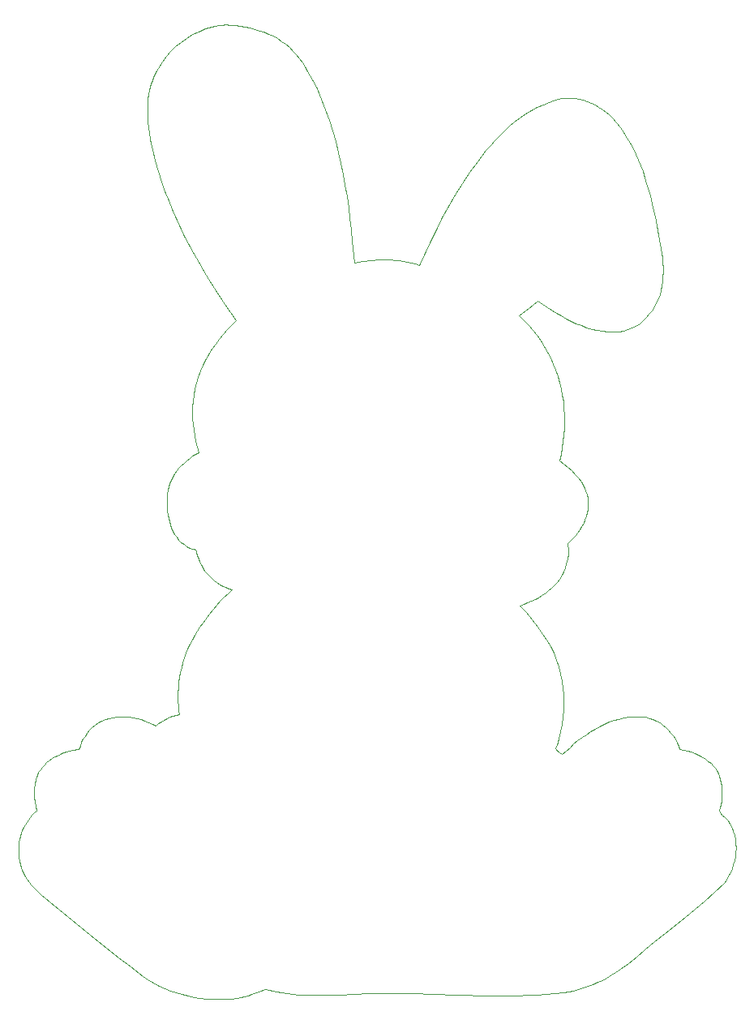
<source format=gbr>
%TF.GenerationSoftware,KiCad,Pcbnew,9.0.6*%
%TF.CreationDate,2025-11-24T07:47:15+01:00*%
%TF.ProjectId,Jo_Rabbit,4a6f5f52-6162-4626-9974-2e6b69636164,rev?*%
%TF.SameCoordinates,Original*%
%TF.FileFunction,Profile,NP*%
%FSLAX46Y46*%
G04 Gerber Fmt 4.6, Leading zero omitted, Abs format (unit mm)*
G04 Created by KiCad (PCBNEW 9.0.6) date 2025-11-24 07:47:15*
%MOMM*%
%LPD*%
G01*
G04 APERTURE LIST*
%TA.AperFunction,Profile*%
%ADD10C,0.100000*%
%TD*%
G04 APERTURE END LIST*
D10*
X96510200Y-120090400D02*
X96221300Y-120527400D01*
X144883000Y-82562800D02*
X144859500Y-82077000D01*
X130586800Y-118588000D02*
X129945900Y-117877900D01*
X142147400Y-154546800D02*
X142962800Y-153845800D01*
X95765900Y-98378200D02*
X95808100Y-98973400D01*
X131513400Y-117240600D02*
X131889200Y-117036800D01*
X136203100Y-109947300D02*
X136405900Y-109614200D01*
X78594100Y-140239000D02*
X78419400Y-140503400D01*
X102249000Y-57697810D02*
X101752400Y-57573800D01*
X132478100Y-90799200D02*
X132109300Y-90216300D01*
X104197700Y-58414320D02*
X103722900Y-58193090D01*
X82262300Y-133277500D02*
X81947100Y-133400300D01*
X81341800Y-133692800D02*
X81055500Y-133864100D01*
X102739800Y-57842590D02*
X102249000Y-57697810D01*
X102643600Y-158242800D02*
X103359200Y-157981800D01*
X96414800Y-57930010D02*
X95765000Y-58247170D01*
X152355300Y-144490400D02*
X152436100Y-144059600D01*
X132789000Y-86726800D02*
X133772300Y-87335300D01*
X134084000Y-115089600D02*
X134307700Y-114734600D01*
X95439100Y-102494600D02*
X95139700Y-102727100D01*
X130845400Y-88579200D02*
X130375100Y-88074700D01*
X94308900Y-111028100D02*
X94564200Y-111283600D01*
X91228000Y-68524500D02*
X91327000Y-69101800D01*
X134983000Y-111933300D02*
X134964200Y-111661700D01*
X93128900Y-106201900D02*
X93119900Y-106588000D01*
X79209700Y-137432100D02*
X79232900Y-137902700D01*
X91197500Y-64449400D02*
X91114900Y-65033500D01*
X152354700Y-141894900D02*
X152236000Y-141478500D01*
X96572200Y-93398400D02*
X96344600Y-94002800D01*
X143122400Y-87809200D02*
X143431100Y-87457900D01*
X128313200Y-68302600D02*
X127808200Y-68794800D01*
X99232700Y-115993900D02*
X99559000Y-116121900D01*
X101251000Y-57469790D02*
X100745900Y-57384990D01*
X91573100Y-70250600D02*
X91868400Y-71389700D01*
X96748900Y-57791740D02*
X96414800Y-57930010D01*
X136032300Y-104551500D02*
X135689700Y-104152700D01*
X133130300Y-92013900D02*
X132818800Y-91398800D01*
X100784600Y-158810800D02*
X101164600Y-158726800D01*
X136540000Y-65109400D02*
X136103600Y-65008000D01*
X133425800Y-92640300D02*
X133130300Y-92013900D01*
X93424400Y-109474700D02*
X93552500Y-109814500D01*
X95886000Y-81150900D02*
X96390800Y-82049700D01*
X135216800Y-64905000D02*
X134770700Y-64906000D01*
X85900400Y-130141100D02*
X85544000Y-130389600D01*
X116055600Y-81771600D02*
X115190600Y-81779600D01*
X150650900Y-135406200D02*
X150501400Y-135118100D01*
X93365000Y-105105600D02*
X93253700Y-105460200D01*
X136813900Y-105913700D02*
X136714800Y-105667300D01*
X79273800Y-136499000D02*
X79220900Y-136963200D01*
X134467600Y-96605200D02*
X134375000Y-95926200D01*
X92564600Y-61123100D02*
X92180300Y-61735300D01*
X151032700Y-139715000D02*
X150899300Y-139559500D01*
X91570900Y-63045600D02*
X91454400Y-63388800D01*
X144442500Y-79179900D02*
X144244300Y-78220500D01*
X133129000Y-122164300D02*
X132755100Y-121501200D01*
X136888400Y-88840900D02*
X137433600Y-89009300D01*
X133695100Y-132731000D02*
X133709100Y-132657600D01*
X100280500Y-88124200D02*
X99823400Y-88579400D01*
X94852400Y-102975100D02*
X94579400Y-103238300D01*
X94926500Y-79327500D02*
X95397500Y-80243600D01*
X144859500Y-82077000D02*
X144819700Y-81592100D01*
X94041500Y-77467900D02*
X94474100Y-78402400D01*
X98606200Y-115669900D02*
X98914600Y-115842800D01*
X80782600Y-134053000D02*
X80525100Y-134260200D01*
X127866600Y-158648800D02*
X129781000Y-158625800D01*
X97440000Y-91660700D02*
X97121900Y-92226800D01*
X125515600Y-71478200D02*
X124695000Y-72610900D01*
X77635800Y-144196300D02*
X77687600Y-144547200D01*
X93099500Y-107671300D02*
X93125900Y-108038300D01*
X95994600Y-95245400D02*
X95876100Y-95882400D01*
X143537400Y-75054000D02*
X143179800Y-73801800D01*
X118683000Y-158357800D02*
X119445400Y-158386800D01*
X139116800Y-89305100D02*
X139694200Y-89322500D01*
X131721300Y-65858100D02*
X131105100Y-66193100D01*
X137023000Y-106671300D02*
X136940100Y-106291300D01*
X98261800Y-117858200D02*
X97521700Y-118749300D01*
X131291900Y-89105100D02*
X130845400Y-88579200D01*
X129945900Y-117877900D02*
X130342800Y-117744900D01*
X140276300Y-129726900D02*
X139757200Y-129873300D01*
X77993300Y-145548600D02*
X78140100Y-145864800D01*
X92770400Y-129851100D02*
X92478300Y-130032700D01*
X95142700Y-58615910D02*
X94551200Y-59033010D01*
X97753800Y-115031000D02*
X98024300Y-115262900D01*
X136714800Y-105667300D02*
X136602000Y-105429100D01*
X133456500Y-122848400D02*
X133129000Y-122164300D01*
X141447500Y-69596500D02*
X141123600Y-69035300D01*
X94384100Y-125383100D02*
X94312900Y-125901100D01*
X93253700Y-105460200D02*
X93174300Y-105825800D01*
X124695000Y-72610900D02*
X123931800Y-73766400D01*
X135564400Y-132333400D02*
X135154400Y-132691400D01*
X148210700Y-133325200D02*
X147826900Y-133188000D01*
X138191100Y-65816500D02*
X137796800Y-65597300D01*
X99118400Y-158986800D02*
X99761200Y-158942800D01*
X134964200Y-111661700D02*
X134930300Y-111391500D01*
X94551200Y-59033010D02*
X93994200Y-59495400D01*
X95139700Y-102727100D02*
X94852400Y-102975100D01*
X103223800Y-58008930D02*
X102739800Y-57842590D01*
X144545900Y-85392900D02*
X144676200Y-84941300D01*
X97182900Y-158945800D02*
X97827800Y-158987800D01*
X95750500Y-97781700D02*
X95765900Y-98378200D01*
X88704700Y-129490900D02*
X88285100Y-129480900D01*
X93090500Y-107305700D02*
X93099500Y-107671300D01*
X80063700Y-134732500D02*
X79863700Y-134999100D01*
X78306600Y-146172000D02*
X78491200Y-146470000D01*
X133844000Y-133041200D02*
X133748300Y-132926900D01*
X95808100Y-98973400D02*
X95876100Y-99566100D01*
X92813400Y-157850800D02*
X93411900Y-158091800D01*
X94081100Y-110751100D02*
X94308900Y-111028100D01*
X119039300Y-82220700D02*
X118621600Y-82108300D01*
X141299300Y-155223800D02*
X142147400Y-154546800D01*
X146513200Y-132556200D02*
X146360600Y-132189500D01*
X136940100Y-106291300D02*
X136813900Y-105913700D01*
X121207500Y-78586000D02*
X120598400Y-79830000D01*
X93879800Y-110455000D02*
X94081100Y-110751100D01*
X94312900Y-125901100D02*
X94263400Y-126422200D01*
X95250300Y-122378400D02*
X95055400Y-122863200D01*
X108045500Y-62541500D02*
X107784500Y-62086200D01*
X79447500Y-135818000D02*
X79375800Y-136042400D01*
X113472600Y-81961300D02*
X112628300Y-82129000D01*
X93994200Y-59495400D02*
X93475000Y-60000000D01*
X146177400Y-131836500D02*
X145965600Y-131499500D01*
X98024300Y-115262900D02*
X98309000Y-115476200D01*
X109625400Y-66099600D02*
X109204200Y-65008400D01*
X92227300Y-157580800D02*
X92813400Y-157850800D01*
X144870300Y-130354900D02*
X144544300Y-130130600D01*
X101752400Y-57573800D02*
X101251000Y-57469790D01*
X136968300Y-108184400D02*
X137035200Y-107810100D01*
X134314900Y-125743500D02*
X134166600Y-125000900D01*
X133969500Y-133145900D02*
X133844000Y-133041200D01*
X91098300Y-156957800D02*
X91655100Y-157283800D01*
X93629900Y-76523900D02*
X94041500Y-77467900D01*
X91454400Y-63388800D02*
X91353000Y-63737400D01*
X95798200Y-96529100D02*
X95762900Y-97184800D01*
X142042300Y-88680700D02*
X142426900Y-88423900D01*
X94231000Y-127470300D02*
X94238000Y-127916800D01*
X133748300Y-132926900D02*
X133698100Y-132800000D01*
X152081200Y-141073700D02*
X151889700Y-140683200D01*
X99462300Y-116609300D02*
X99048300Y-117010800D01*
X94085100Y-103807900D02*
X93868200Y-104113200D01*
X112317300Y-78643100D02*
X112185700Y-77480500D01*
X106906600Y-60779600D02*
X106579500Y-60372600D01*
X125950200Y-158625800D02*
X127866600Y-158648800D01*
X137068100Y-107432200D02*
X137065100Y-107052100D01*
X89125200Y-129529500D02*
X88704700Y-129490900D01*
X150797800Y-139296000D02*
X150799800Y-139196800D01*
X134976000Y-112477500D02*
X134983000Y-111933300D01*
X126388700Y-70369900D02*
X125945300Y-70919800D01*
X87456800Y-129556100D02*
X87052100Y-129645000D01*
X112628300Y-82129000D02*
X112433700Y-79806100D01*
X127808200Y-68794800D02*
X127319600Y-69305100D01*
X95287700Y-111806700D02*
X95435500Y-111869000D01*
X144676200Y-84941300D02*
X144773200Y-84484500D01*
X98493500Y-57319070D02*
X98136200Y-57383170D01*
X97498800Y-114781700D02*
X97753800Y-115031000D01*
X135495200Y-158112800D02*
X136027200Y-157982800D01*
X144189800Y-86267400D02*
X144383500Y-85836000D01*
X99823400Y-88579400D02*
X99379900Y-89052300D01*
X90776200Y-129932100D02*
X90372200Y-129798200D01*
X99728500Y-57270090D02*
X99218200Y-57238390D01*
X77591500Y-143518400D02*
X77611800Y-143837200D01*
X88285100Y-129480900D02*
X87868500Y-129502100D01*
X140752100Y-89209100D02*
X141203900Y-89076500D01*
X120014100Y-81085400D02*
X119452600Y-82350200D01*
X132358300Y-65557600D02*
X131721300Y-65858100D01*
X93234500Y-108767400D02*
X93318800Y-109124900D01*
X92478300Y-130032700D02*
X92196300Y-130229400D01*
X95464700Y-121901600D02*
X95250300Y-122378400D01*
X144835900Y-84025800D02*
X144873000Y-83537200D01*
X136741400Y-108915700D02*
X136869600Y-108553400D01*
X92194500Y-72517400D02*
X92533200Y-73631700D01*
X133796600Y-132496800D02*
X134010500Y-131770700D01*
X96816900Y-119665100D02*
X96510200Y-120090400D01*
X136405900Y-109614200D02*
X136586100Y-109269800D01*
X135318800Y-103776700D02*
X134927200Y-103420600D01*
X144773200Y-84484500D02*
X144835900Y-84025800D01*
X130737000Y-158591800D02*
X131691800Y-158539800D01*
X140417900Y-155863800D02*
X141299300Y-155223800D01*
X96134600Y-112167900D02*
X96170400Y-112225200D01*
X137318700Y-131032300D02*
X136863300Y-131333400D01*
X131889200Y-117036800D02*
X132254100Y-116814900D01*
X131787400Y-120076800D02*
X131202800Y-119319900D01*
X134930300Y-111391500D02*
X135211700Y-111137200D01*
X79352800Y-138836600D02*
X79434700Y-139293900D01*
X77611200Y-142883000D02*
X77591500Y-143200000D01*
X128835100Y-67830600D02*
X128313200Y-68302600D01*
X137035200Y-107810100D02*
X137068100Y-107432200D01*
X104648800Y-58669940D02*
X104197700Y-58414320D01*
X132109300Y-90216300D02*
X131713600Y-89651200D01*
X91148100Y-67945400D02*
X91228000Y-68524500D01*
X96910600Y-82940200D02*
X97444400Y-83822700D01*
X96377500Y-112981500D02*
X96508400Y-113312200D01*
X110972900Y-70570100D02*
X110682900Y-69438700D01*
X144383500Y-85836000D02*
X144545900Y-85392900D01*
X91267200Y-64091100D02*
X91197500Y-64449400D01*
X107966100Y-158542800D02*
X109503000Y-158547800D01*
X94322900Y-103516000D02*
X94085100Y-103807900D01*
X139032500Y-156730800D02*
X139502900Y-156455800D01*
X80284800Y-134486400D02*
X80063700Y-134732500D01*
X107215900Y-61202600D02*
X106906600Y-60779600D01*
X133259800Y-116037800D02*
X133557800Y-115741100D01*
X142787300Y-88132300D02*
X143122400Y-87809200D01*
X112433700Y-79806100D02*
X112317300Y-78643100D01*
X152485600Y-143624300D02*
X152503000Y-143187700D01*
X83235300Y-132994600D02*
X82583300Y-133169500D01*
X94725200Y-123854100D02*
X94590600Y-124358800D01*
X136969100Y-65242300D02*
X136540000Y-65109400D01*
X92874600Y-74606000D02*
X93240600Y-75570000D01*
X97444400Y-83822700D02*
X97990900Y-84697400D01*
X142298000Y-129473900D02*
X141893400Y-129499800D01*
X151002700Y-136667200D02*
X150949100Y-136339700D01*
X134912000Y-113018300D02*
X134976000Y-112477500D01*
X144888000Y-83049500D02*
X144883000Y-82562800D01*
X93170500Y-108404400D02*
X93234500Y-108767400D01*
X103359200Y-157981800D02*
X104499300Y-158214800D01*
X77707900Y-142256700D02*
X77650100Y-142568300D01*
X96540300Y-158873800D02*
X97182900Y-158945800D01*
X142540600Y-71953000D02*
X142295400Y-71349700D01*
X134502100Y-114359700D02*
X134664800Y-113964800D01*
X84992800Y-130906600D02*
X84753000Y-131197900D01*
X77988400Y-141349700D02*
X77877500Y-141646500D01*
X134522500Y-103081600D02*
X134112300Y-102756700D01*
X95876100Y-99566100D02*
X95969000Y-100155700D01*
X78908400Y-147037800D02*
X79137900Y-147307200D01*
X97041300Y-114235100D02*
X97260800Y-114516000D01*
X134307700Y-114734600D02*
X134502100Y-114359700D01*
X116918800Y-81821700D02*
X116487700Y-81789200D01*
X143965800Y-86683700D02*
X144189800Y-86267400D01*
X151255200Y-146841400D02*
X151507900Y-146490700D01*
X94031800Y-129321000D02*
X93703400Y-129419400D01*
X142768900Y-72563600D02*
X142540600Y-71953000D01*
X142981600Y-73180300D02*
X142768900Y-72563600D01*
X134927200Y-103420600D02*
X134522500Y-103081600D01*
X108292200Y-63002200D02*
X108045500Y-62541500D01*
X134572100Y-98662900D02*
X134565100Y-97974800D01*
X136550300Y-157827800D02*
X137064300Y-157649800D01*
X94590600Y-124358800D02*
X94476800Y-124868700D01*
X110362900Y-68315800D02*
X110011000Y-67202400D01*
X97784200Y-91108500D02*
X97440000Y-91660700D01*
X105483600Y-59274040D02*
X105077100Y-58957440D01*
X77650100Y-142568300D02*
X77611200Y-142883000D01*
X82583300Y-133169500D02*
X82262300Y-133277500D01*
X91442800Y-69677300D02*
X91573100Y-70250600D01*
X119452600Y-82350200D02*
X119039300Y-82220700D01*
X91353000Y-63737400D02*
X91267200Y-64091100D01*
X91089600Y-67365000D02*
X91148100Y-67945400D01*
X149289500Y-133893900D02*
X148944200Y-133678200D01*
X152102700Y-145329400D02*
X152243900Y-144914700D01*
X99117400Y-86424700D02*
X100280500Y-88124200D01*
X115630000Y-158361800D02*
X117157200Y-158339800D01*
X125945300Y-70919800D02*
X125515600Y-71478200D01*
X144544300Y-130130600D02*
X144201100Y-129935500D01*
X95903900Y-112012500D02*
X96034300Y-112077800D01*
X96034300Y-112077800D02*
X96134600Y-112167900D01*
X133709100Y-132657600D02*
X133742300Y-132579700D01*
X103722900Y-58193090D02*
X103223800Y-58008930D01*
X144016700Y-152990800D02*
X145079700Y-152144800D01*
X93552500Y-109814500D02*
X93703900Y-110142100D01*
X79534300Y-135596600D02*
X79447500Y-135818000D01*
X143431100Y-87457900D02*
X143712600Y-87081600D01*
X134273900Y-87628100D02*
X134782500Y-87908700D01*
X149884000Y-134351700D02*
X149617600Y-134135700D01*
X133738100Y-123550700D02*
X133456500Y-122848400D01*
X98648600Y-117427900D02*
X98261800Y-117858200D01*
X81639600Y-133538500D02*
X81341800Y-133692800D01*
X118621600Y-82108300D02*
X118200200Y-82012500D01*
X99379900Y-89052300D02*
X98952200Y-89542300D01*
X137569500Y-157449800D02*
X138065900Y-157228800D01*
X79434700Y-139293900D02*
X79204300Y-139511500D01*
X146633200Y-132934500D02*
X146513200Y-132556200D01*
X152503000Y-143187700D02*
X152487500Y-142752200D01*
X147826900Y-133188000D02*
X147434600Y-133077100D01*
X96272500Y-112641100D02*
X96377500Y-112981500D01*
X136602000Y-105429100D02*
X136338900Y-104976000D01*
X140280000Y-89293600D02*
X140752100Y-89209100D01*
X94476800Y-124868700D02*
X94384100Y-125383100D01*
X81055500Y-133864100D02*
X80782600Y-134053000D01*
X99048300Y-117010800D02*
X98648600Y-117427900D01*
X79283100Y-138371800D02*
X79352800Y-138836600D01*
X78259900Y-140777300D02*
X78116100Y-141059600D01*
X117775600Y-81933000D02*
X117348200Y-81869500D01*
X134547200Y-158255800D02*
X135495200Y-158112800D01*
X141203900Y-89076500D02*
X141634200Y-88899300D01*
X111869500Y-75160600D02*
X111681100Y-74005300D01*
X77687600Y-144547200D02*
X77765500Y-144889600D01*
X141750000Y-70170200D02*
X141447500Y-69596500D01*
X122507900Y-76140800D02*
X121843300Y-77355600D01*
X144621500Y-80142400D02*
X144442500Y-79179900D01*
X97990900Y-84697400D02*
X99117400Y-86424700D01*
X139248400Y-130051300D02*
X138750000Y-130258500D01*
X91655100Y-157283800D02*
X92227300Y-157580800D01*
X94640500Y-158489800D02*
X95267600Y-158646800D01*
X97782600Y-57462880D02*
X97433200Y-57557780D01*
X135738800Y-110573800D02*
X135980000Y-110267700D01*
X143842900Y-129771700D02*
X143471600Y-129641400D01*
X129374600Y-67381300D02*
X128835100Y-67830600D01*
X134782500Y-87908700D02*
X135298000Y-88173700D01*
X123931800Y-73766400D02*
X123203400Y-74943700D01*
X91054800Y-66783300D02*
X91089600Y-67365000D01*
X134483100Y-127251100D02*
X134420100Y-126494400D01*
X85256300Y-130636200D02*
X84992800Y-130906600D01*
X79379000Y-147566900D02*
X79890000Y-148056200D01*
X133974500Y-124269100D02*
X133738100Y-123550700D01*
X135154400Y-132691400D02*
X134369500Y-133430600D01*
X91327000Y-69101800D02*
X91442800Y-69677300D01*
X81947100Y-133400300D02*
X81639600Y-133538500D01*
X96390800Y-82049700D02*
X96910600Y-82940200D01*
X145177500Y-130606200D02*
X144870300Y-130354900D01*
X135482000Y-110864100D02*
X135738800Y-110573800D01*
X96065400Y-102078400D02*
X95748400Y-102278200D01*
X92196300Y-130229400D02*
X91924900Y-130438700D01*
X111470100Y-72854400D02*
X111234700Y-71709000D01*
X150873800Y-138977400D02*
X150987700Y-138334500D01*
X144042000Y-77263900D02*
X143850900Y-76310100D01*
X135689700Y-104152700D02*
X135318800Y-103776700D01*
X98309000Y-115476200D02*
X98606200Y-115669900D01*
X134369500Y-133430600D02*
X134109400Y-133243700D01*
X93383400Y-129542100D02*
X93072300Y-129686700D01*
X78419400Y-140503400D02*
X78259900Y-140777300D01*
X144765500Y-81108000D02*
X144621500Y-80142400D01*
X89273300Y-155615800D02*
X90558300Y-156603800D01*
X135298000Y-88173700D02*
X135820800Y-88419600D01*
X79220900Y-136963200D02*
X79209700Y-137432100D01*
X146360600Y-132189500D02*
X146177400Y-131836500D01*
X134770700Y-64906000D02*
X134325600Y-64944100D01*
X111681100Y-74005300D02*
X111470100Y-72854400D01*
X94238000Y-127916800D02*
X94261000Y-128362900D01*
X91847900Y-62377200D02*
X91702300Y-62708300D01*
X138930600Y-66331800D02*
X138569800Y-66061800D01*
X105868900Y-59617200D02*
X105483600Y-59274040D01*
X89544700Y-129594900D02*
X89125200Y-129529500D01*
X94236000Y-126945500D02*
X94231000Y-127470300D01*
X109204200Y-65008400D02*
X108745500Y-63929800D01*
X151507900Y-146490700D02*
X151733900Y-146120100D01*
X79890000Y-148056200D02*
X80428700Y-148504000D01*
X120207400Y-158431800D02*
X124033700Y-158570800D01*
X94021500Y-158304800D02*
X94640500Y-158489800D01*
X151660800Y-140309500D02*
X151529300Y-140152600D01*
X101912200Y-158503800D02*
X102643600Y-158242800D01*
X98152300Y-90571000D02*
X97784200Y-91108500D01*
X140777100Y-68487800D02*
X140406800Y-67955300D01*
X79204300Y-139511500D02*
X78987100Y-139742100D01*
X97260800Y-114516000D02*
X97498800Y-114781700D01*
X139271500Y-66625100D02*
X138930600Y-66331800D01*
X96085900Y-100741100D02*
X96225900Y-101321400D01*
X121843300Y-77355600D02*
X121207500Y-78586000D01*
X85462900Y-152589800D02*
X87996700Y-154615800D01*
X135211700Y-111137200D02*
X135482000Y-110864100D01*
X98473400Y-159001800D02*
X99118400Y-158986800D01*
X132941700Y-116315600D02*
X133259800Y-116037800D01*
X134242900Y-102084900D02*
X134353500Y-101407200D01*
X105646700Y-158394800D02*
X106223400Y-158460800D01*
X94263400Y-126422200D02*
X94236000Y-126945500D01*
X89961000Y-129685200D02*
X89544700Y-129594900D01*
X92533200Y-73631700D02*
X92874600Y-74606000D01*
X132333900Y-120861900D02*
X131787400Y-120076800D01*
X96387900Y-101895700D02*
X96065400Y-102078400D01*
X100400400Y-158870800D02*
X100784600Y-158810800D01*
X110682900Y-69438700D02*
X110362900Y-68315800D01*
X91868400Y-71389700D02*
X92194500Y-72517400D01*
X116487700Y-81789200D02*
X116055600Y-81771600D01*
X152438300Y-142320300D02*
X152354700Y-141894900D01*
X134325300Y-130285000D02*
X134424800Y-129530500D01*
X95901400Y-158774800D02*
X96540300Y-158873800D01*
X93072300Y-129686700D02*
X92770400Y-129851100D01*
X134510000Y-100039100D02*
X134553500Y-99351400D01*
X137433600Y-89009300D02*
X137986700Y-89145100D01*
X95055400Y-122863200D02*
X94880200Y-123355300D01*
X93411900Y-158091800D02*
X94021500Y-158304800D01*
X91065100Y-65617300D02*
X91045800Y-66200700D01*
X91114900Y-65033500D02*
X91065100Y-65617300D01*
X138065900Y-157228800D02*
X138553600Y-156988800D01*
X140011600Y-67439100D02*
X139590400Y-66940400D01*
X78116100Y-141059600D02*
X77988400Y-141349700D01*
X98136200Y-57383170D02*
X97782600Y-57462880D01*
X150285300Y-147790500D02*
X151255200Y-146841400D01*
X114101100Y-158409800D02*
X115630000Y-158361800D01*
X96194700Y-112292200D02*
X96272500Y-112641100D01*
X137065100Y-107052100D02*
X137023000Y-106671300D01*
X84018500Y-132516200D02*
X83887800Y-132870000D01*
X145965600Y-131499500D02*
X145727000Y-131180700D01*
X93506000Y-104762600D02*
X93365000Y-105105600D01*
X136027200Y-157982800D02*
X136550300Y-157827800D01*
X137785000Y-130751300D02*
X137318700Y-131032300D01*
X93674500Y-104431700D02*
X93506000Y-104762600D01*
X131128800Y-117426400D02*
X131513400Y-117240600D01*
X133883400Y-65020600D02*
X133446500Y-65136800D01*
X101164600Y-158726800D02*
X101540400Y-158622800D01*
X134484700Y-128771700D02*
X134504400Y-128011000D01*
X135820800Y-88419600D02*
X136350800Y-88643200D01*
X94368300Y-129249200D02*
X94031800Y-129321000D01*
X150899300Y-139559500D02*
X150849800Y-139476400D01*
X139964600Y-156166800D02*
X140417900Y-155863800D01*
X92180300Y-61735300D02*
X92007400Y-62052800D01*
X94564200Y-111283600D02*
X94848000Y-111515400D01*
X97521700Y-118749300D02*
X96816900Y-119665100D01*
X93475000Y-60000000D02*
X92997300Y-60543600D01*
X80428700Y-148504000D02*
X85462900Y-152589800D01*
X77867900Y-145223500D02*
X77993300Y-145548600D01*
X143089000Y-129546900D02*
X142697200Y-129490300D01*
X118200200Y-82012500D02*
X117775600Y-81933000D01*
X142426900Y-88423900D02*
X142787300Y-88132300D01*
X134565100Y-97974800D02*
X134530500Y-97288500D01*
X77877500Y-141646500D02*
X77783800Y-141949100D01*
X133907600Y-93927800D02*
X133684500Y-93278600D01*
X142697200Y-129490300D02*
X142298000Y-129473900D01*
X134553500Y-99351400D02*
X134572100Y-98662900D01*
X150824500Y-139090900D02*
X150873800Y-138977400D01*
X97433200Y-57557780D02*
X97088500Y-57667530D01*
X131332100Y-86465100D02*
X131831400Y-86110300D01*
X143179800Y-73801800D02*
X142981600Y-73180300D01*
X150119300Y-134588800D02*
X149884000Y-134351700D01*
X94579400Y-103238300D02*
X94322900Y-103516000D01*
X96832000Y-92806200D02*
X96572200Y-93398400D01*
X93703900Y-110142100D02*
X93879800Y-110455000D01*
X94848000Y-111515400D02*
X95161300Y-111721200D01*
X142295400Y-71349700D02*
X142032300Y-70755000D01*
X150501400Y-135118100D02*
X150324700Y-134845000D01*
X147434600Y-133077100D02*
X147035900Y-132992600D01*
X129932400Y-66957000D02*
X129374600Y-67381300D01*
X79137900Y-147307200D02*
X79379000Y-147566900D01*
X131713600Y-89651200D02*
X131291900Y-89105100D01*
X145079700Y-152144800D02*
X147204900Y-150450800D01*
X95765000Y-58247170D02*
X95142700Y-58615910D01*
X104499300Y-158214800D02*
X105072100Y-158312800D01*
X152243900Y-144914700D02*
X152355300Y-144490400D01*
X134096200Y-94586200D02*
X133907600Y-93927800D01*
X138750000Y-130258500D02*
X138262200Y-130492600D01*
X94474100Y-78402400D02*
X94926500Y-79327500D01*
X151035700Y-136999400D02*
X151002700Y-136667200D01*
X134424800Y-129530500D02*
X134484700Y-128771700D01*
X133772300Y-87335300D02*
X134273900Y-87628100D01*
X151024300Y-138003800D02*
X151045400Y-137669700D01*
X120598400Y-79830000D02*
X120014100Y-81085400D01*
X85544000Y-130389600D02*
X85256300Y-130636200D01*
X134325600Y-64944100D02*
X133883400Y-65020600D01*
X95397500Y-80243600D02*
X95886000Y-81150900D01*
X95267600Y-158646800D02*
X95901400Y-158774800D01*
X96841700Y-113940100D02*
X97041300Y-114235100D01*
X95753800Y-111962300D02*
X95903900Y-112012500D01*
X136103600Y-65008000D02*
X135661800Y-64939400D01*
X77611800Y-143837200D02*
X77635800Y-144196300D01*
X87996700Y-154615800D02*
X89273300Y-155615800D01*
X93119900Y-106588000D02*
X93097500Y-106943900D01*
X136586100Y-109269800D02*
X136741400Y-108915700D01*
X84169700Y-132169200D02*
X84018500Y-132516200D01*
X100745900Y-57384990D02*
X100238100Y-57318690D01*
X150873400Y-136019000D02*
X150774500Y-135707200D01*
X108745500Y-63929800D02*
X108292200Y-63002200D01*
X139694200Y-89322500D02*
X140280000Y-89293600D01*
X87868500Y-129502100D02*
X87456800Y-129556100D01*
X96151400Y-94618600D02*
X95994600Y-95245400D01*
X92997300Y-60543600D02*
X92564600Y-61123100D01*
X134504400Y-128011000D02*
X134483100Y-127251100D01*
X144201100Y-129935500D02*
X143842900Y-129771700D01*
X127319600Y-69305100D02*
X126846600Y-69830900D01*
X147204900Y-150450800D02*
X148253100Y-149587800D01*
X141123600Y-69035300D02*
X140777100Y-68487800D01*
X151367600Y-140005400D02*
X151032700Y-139715000D01*
X145463700Y-130882100D02*
X145177500Y-130606200D01*
X98952200Y-89542300D02*
X98542300Y-90048800D01*
X96508400Y-113312200D02*
X96663600Y-113632100D01*
X115190600Y-81779600D02*
X114328100Y-81843900D01*
X136350800Y-88643200D02*
X136888400Y-88840900D01*
X106579500Y-60372600D02*
X106233900Y-59984200D01*
X151932400Y-145732100D02*
X152102700Y-145329400D01*
X150849800Y-139476400D02*
X150815200Y-139388800D01*
X134187000Y-131032500D02*
X134325300Y-130285000D01*
X134112300Y-102756700D02*
X134242900Y-102084900D01*
X148583900Y-133488600D02*
X148210700Y-133325200D01*
X77783800Y-141949100D02*
X77707900Y-142256700D01*
X136338900Y-104976000D02*
X136032300Y-104551500D01*
X80525100Y-134260200D02*
X80284800Y-134486400D01*
X152236000Y-141478500D02*
X152081200Y-141073700D01*
X133684500Y-93278600D02*
X133425800Y-92640300D01*
X78783500Y-139985000D02*
X78594100Y-140239000D01*
X150949100Y-136339700D02*
X150873400Y-136019000D01*
X141893400Y-129499800D02*
X141344500Y-129537800D01*
X150987700Y-138334500D02*
X151024300Y-138003800D01*
X93240600Y-75570000D02*
X93629900Y-76523900D01*
X148253100Y-149587800D02*
X149282200Y-148703000D01*
X101540400Y-158622800D02*
X101912200Y-158503800D01*
X134109400Y-133243700D02*
X133969500Y-133145900D01*
X114328100Y-81843900D02*
X113472600Y-81961300D01*
X94303200Y-128807400D02*
X94368300Y-129249200D01*
X83887800Y-132870000D02*
X83235300Y-132994600D01*
X139757200Y-129873300D02*
X139248400Y-130051300D01*
X124033700Y-158570800D02*
X125950200Y-158625800D01*
X147035900Y-132992600D02*
X146633200Y-132934500D01*
X136863300Y-131333400D02*
X136419000Y-131652100D01*
X93125900Y-108038300D02*
X93170500Y-108404400D01*
X136869600Y-108553400D02*
X136968300Y-108184400D01*
X98542300Y-90048800D02*
X98152300Y-90571000D01*
X97827800Y-158987800D02*
X98473400Y-159001800D01*
X152436100Y-144059600D02*
X152485600Y-143624300D01*
X91554600Y-130254400D02*
X91171000Y-130084900D01*
X77765500Y-144889600D02*
X77867900Y-145223500D01*
X151889700Y-140683200D02*
X151660800Y-140309500D01*
X138547700Y-89244800D02*
X139116800Y-89305100D01*
X87052100Y-129645000D02*
X86656500Y-129770800D01*
X96170400Y-112225200D02*
X96194700Y-112292200D01*
X141634200Y-88899300D02*
X142042300Y-88680700D01*
X95950500Y-120975400D02*
X95698200Y-121433800D01*
X142962800Y-153845800D02*
X144016700Y-152990800D01*
X106802100Y-158508800D02*
X107383000Y-158536800D01*
X134375000Y-95926200D02*
X134251600Y-95252800D01*
X140406800Y-67955300D02*
X140011600Y-67439100D01*
X95876100Y-95882400D02*
X95798200Y-96529100D01*
X77591500Y-143200000D02*
X77591500Y-143518400D01*
X137986700Y-89145100D02*
X138547700Y-89244800D01*
X134443000Y-100724800D02*
X134510000Y-100039100D01*
X112037000Y-76319400D02*
X111869500Y-75160600D01*
X145727000Y-131180700D02*
X145463700Y-130882100D01*
X84536400Y-131507300D02*
X84342100Y-131832000D01*
X99218200Y-57238390D02*
X99217900Y-57239480D01*
X151733900Y-146120100D02*
X151932400Y-145732100D01*
X150774500Y-135707200D02*
X150650900Y-135406200D01*
X144819700Y-81592100D02*
X144765500Y-81108000D01*
X151045400Y-137669700D02*
X151049400Y-137334100D01*
X99559000Y-116121900D02*
X99892000Y-116225800D01*
X106233900Y-59984200D02*
X105868900Y-59617200D01*
X107508200Y-61639000D02*
X107215900Y-61202600D01*
X133446500Y-65136800D02*
X133016700Y-65294000D01*
X138553600Y-156988800D02*
X139032500Y-156730800D01*
X96663600Y-113632100D02*
X96841700Y-113940100D01*
X134166600Y-125000900D02*
X133974500Y-124269100D01*
X97088500Y-57667530D02*
X96748900Y-57791740D01*
X133557800Y-115741100D02*
X133833300Y-115425000D01*
X130737900Y-117594400D02*
X131128800Y-117426400D01*
X135980000Y-110267700D02*
X136203100Y-109947300D01*
X148944200Y-133678200D02*
X148583900Y-133488600D01*
X151049400Y-137334100D02*
X151035700Y-136999400D01*
X132818800Y-91398800D02*
X132478100Y-90799200D01*
X93174300Y-105825800D02*
X93128900Y-106201900D01*
X149282200Y-148703000D02*
X150285300Y-147790500D01*
X133597100Y-158373800D02*
X134547200Y-158255800D01*
X79686600Y-135286800D02*
X79534300Y-135596600D01*
X93097500Y-106943900D02*
X93090500Y-107305700D01*
X131105100Y-66193100D02*
X130509000Y-66560100D01*
X84342100Y-131832000D02*
X84169700Y-132169200D01*
X99217900Y-57239480D02*
X98854300Y-57271070D01*
X134420100Y-126494400D02*
X134314900Y-125743500D01*
X131202800Y-119319900D02*
X130586800Y-118588000D01*
X78987100Y-139742100D02*
X78783500Y-139985000D01*
X95161300Y-111721200D02*
X95287700Y-111806700D01*
X152487500Y-142752200D02*
X152438300Y-142320300D01*
X129882100Y-87592700D02*
X130846000Y-86837400D01*
X129781000Y-158625800D02*
X130737000Y-158591800D01*
X126846600Y-69830900D02*
X126388700Y-70369900D01*
X144873000Y-83537200D02*
X144888000Y-83049500D01*
X91171000Y-130084900D02*
X90776200Y-129932100D01*
X111234700Y-71709000D02*
X110972900Y-70570100D01*
X134353500Y-101407200D02*
X134443000Y-100724800D01*
X142032300Y-70755000D02*
X141750000Y-70170200D01*
X119445400Y-158386800D02*
X120207400Y-158431800D01*
X143712600Y-87081600D02*
X143965800Y-86683700D01*
X78491200Y-146470000D02*
X78692400Y-146758600D01*
X98854300Y-57271070D02*
X98493500Y-57319070D01*
X110011000Y-67202400D02*
X109625400Y-66099600D01*
X90558300Y-156603800D02*
X91098300Y-156957800D01*
X131831400Y-86110300D02*
X132789000Y-86726800D01*
X91045800Y-66200700D02*
X91054800Y-66783300D01*
X95435500Y-111869000D02*
X95753800Y-111962300D01*
X91702300Y-62708300D02*
X91570900Y-63045600D01*
X133698100Y-132800000D02*
X133695100Y-132731000D01*
X95969000Y-100155700D02*
X96085900Y-100741100D01*
X151529300Y-140152600D02*
X151367600Y-140005400D01*
X136419000Y-131652100D02*
X135986000Y-131986200D01*
X105077100Y-58957440D02*
X104648800Y-58669940D01*
X139590400Y-66940400D02*
X139271500Y-66625100D01*
X86271900Y-129935500D02*
X85900400Y-130141100D01*
X93703400Y-129419400D02*
X93383400Y-129542100D01*
X98914600Y-115842800D02*
X99232700Y-115993900D01*
X130375100Y-88074700D02*
X129882100Y-87592700D01*
X137064300Y-157649800D02*
X137569500Y-157449800D01*
X130342800Y-117744900D02*
X130737900Y-117594400D01*
X95748400Y-102278200D02*
X95439100Y-102494600D01*
X150324700Y-134845000D02*
X150119300Y-134588800D01*
X137796800Y-65597300D02*
X137388700Y-65405400D01*
X99761200Y-158942800D02*
X100400400Y-158870800D01*
X79232900Y-137902700D02*
X79283100Y-138371800D01*
X133742300Y-132579700D02*
X133796600Y-132496800D01*
X134664800Y-113964800D02*
X134793600Y-113549700D01*
X105072100Y-158312800D02*
X105646700Y-158394800D01*
X134530500Y-97288500D02*
X134467600Y-96605200D01*
X92007400Y-62052800D02*
X91847900Y-62377200D01*
X78140100Y-145864800D02*
X78306600Y-146172000D01*
X134793600Y-113549700D02*
X134912000Y-113018300D01*
X96221300Y-120527400D02*
X95950500Y-120975400D01*
X79863700Y-134999100D02*
X79686600Y-135286800D01*
X138262200Y-130492600D02*
X137785000Y-130751300D01*
X94880200Y-123355300D02*
X94725200Y-123854100D01*
X130509000Y-66560100D02*
X129932400Y-66957000D01*
X96344600Y-94002800D02*
X96151400Y-94618600D01*
X99892000Y-116225800D02*
X99462300Y-116609300D01*
X90372200Y-129798200D02*
X89961000Y-129685200D01*
X97121900Y-92226800D02*
X96832000Y-92806200D01*
X93868200Y-104113200D02*
X93674500Y-104431700D01*
X150815200Y-139388800D02*
X150797800Y-139296000D01*
X106223400Y-158460800D02*
X106802100Y-158508800D01*
X143471600Y-129641400D02*
X143089000Y-129546900D01*
X132645300Y-158467800D02*
X133597100Y-158373800D01*
X96225900Y-101321400D02*
X96387900Y-101895700D01*
X112185700Y-77480500D02*
X112037000Y-76319400D01*
X150799800Y-139196800D02*
X150824500Y-139090900D01*
X100238100Y-57318690D02*
X99728500Y-57270090D01*
X93318800Y-109124900D02*
X93424400Y-109474700D01*
X141344500Y-129537800D02*
X140805400Y-129614300D01*
X131691800Y-158539800D02*
X132645300Y-158467800D01*
X84753000Y-131197900D02*
X84536400Y-131507300D01*
X111037700Y-158517800D02*
X114101100Y-158409800D01*
X149617600Y-134135700D02*
X149289500Y-133893900D01*
X133016700Y-65294000D02*
X132358300Y-65557600D01*
X132254100Y-116814900D02*
X132605700Y-116574500D01*
X135661800Y-64939400D02*
X135216800Y-64905000D01*
X86656500Y-129770800D02*
X86271900Y-129935500D01*
X109503000Y-158547800D02*
X111037700Y-158517800D01*
X139502900Y-156455800D02*
X139964600Y-156166800D01*
X79375800Y-136042400D02*
X79273800Y-136499000D01*
X117157200Y-158339800D02*
X118683000Y-158357800D01*
X133833300Y-115425000D02*
X134084000Y-115089600D01*
X117348200Y-81869500D02*
X116918800Y-81821700D01*
X135986000Y-131986200D02*
X135564400Y-132333400D01*
X95698200Y-121433800D02*
X95464700Y-121901600D01*
X95762900Y-97184800D02*
X95750500Y-97781700D01*
X132755100Y-121501200D02*
X132333900Y-120861900D01*
X130846000Y-86837400D02*
X131332100Y-86465100D01*
X144244300Y-78220500D02*
X144042000Y-77263900D01*
X134010500Y-131770700D02*
X134187000Y-131032500D01*
X143850900Y-76310100D02*
X143537400Y-75054000D01*
X134251600Y-95252800D02*
X134096200Y-94586200D01*
X91924900Y-130438700D02*
X91554600Y-130254400D01*
X123203400Y-74943700D02*
X122507900Y-76140800D01*
X132605700Y-116574500D02*
X132941700Y-116315600D01*
X138569800Y-66061800D02*
X138191100Y-65816500D01*
X137388700Y-65405400D02*
X136969100Y-65242300D01*
X78692400Y-146758600D02*
X78908400Y-147037800D01*
X107784500Y-62086200D02*
X107508200Y-61639000D01*
X140805400Y-129614300D02*
X140276300Y-129726900D01*
X94261000Y-128362900D02*
X94303200Y-128807400D01*
X107383000Y-158536800D02*
X107966100Y-158542800D01*
M02*

</source>
